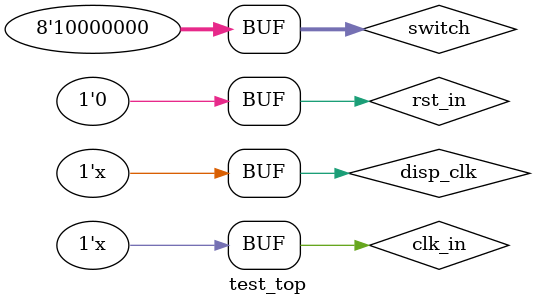
<source format=v>
`timescale 1ns / 1ps


module test_top;

	// Inputs
	reg disp_clk;
	reg clk_in;
	reg rst_in;
	reg [7:0] switch;

	// Outputs
	wire [31:0] buffer;
	wire [31:0] IR;
	wire [18:0] ctrl;
	wire [10:0] PC;

	// Instantiate the Unit Under Test (UUT)
	top_test uut (
		.disp_clk(disp_clk), 
		.clk_in(clk_in), 
		.rst_in(rst_in), 
		.switch(switch), 
		.buffer(buffer), 
		.IR(IR), 
		.ctrl(ctrl), 
		.PC(PC)
	);

	initial begin
		// Initialize Inputs
		disp_clk = 0;
		clk_in = 0;
		rst_in = 0;
		switch = 8'h80;

		// Wait 100 ns for global reset to finish
		#100;
        
		// Add stimulus here

	end
	
	always #20
	begin
		disp_clk = ~disp_clk;
		clk_in = ~clk_in;
	end
      
endmodule


</source>
